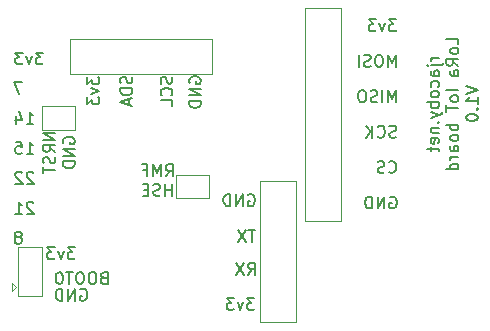
<source format=gbr>
%TF.GenerationSoftware,KiCad,Pcbnew,5.1.9*%
%TF.CreationDate,2021-02-20T15:12:24-08:00*%
%TF.ProjectId,Transmitter,5472616e-736d-4697-9474-65722e6b6963,rev?*%
%TF.SameCoordinates,Original*%
%TF.FileFunction,Legend,Bot*%
%TF.FilePolarity,Positive*%
%FSLAX46Y46*%
G04 Gerber Fmt 4.6, Leading zero omitted, Abs format (unit mm)*
G04 Created by KiCad (PCBNEW 5.1.9) date 2021-02-20 15:12:24*
%MOMM*%
%LPD*%
G01*
G04 APERTURE LIST*
%ADD10C,0.150000*%
%ADD11C,0.120000*%
G04 APERTURE END LIST*
D10*
X111502380Y-78719047D02*
X110835714Y-78719047D01*
X111026190Y-78719047D02*
X110930952Y-78766666D01*
X110883333Y-78814285D01*
X110835714Y-78909523D01*
X110835714Y-79004761D01*
X110835714Y-79338095D02*
X111692857Y-79338095D01*
X111788095Y-79290476D01*
X111835714Y-79195238D01*
X111835714Y-79147619D01*
X110502380Y-79338095D02*
X110550000Y-79290476D01*
X110597619Y-79338095D01*
X110550000Y-79385714D01*
X110502380Y-79338095D01*
X110597619Y-79338095D01*
X111502380Y-80242857D02*
X110978571Y-80242857D01*
X110883333Y-80195238D01*
X110835714Y-80100000D01*
X110835714Y-79909523D01*
X110883333Y-79814285D01*
X111454761Y-80242857D02*
X111502380Y-80147619D01*
X111502380Y-79909523D01*
X111454761Y-79814285D01*
X111359523Y-79766666D01*
X111264285Y-79766666D01*
X111169047Y-79814285D01*
X111121428Y-79909523D01*
X111121428Y-80147619D01*
X111073809Y-80242857D01*
X111454761Y-81147619D02*
X111502380Y-81052380D01*
X111502380Y-80861904D01*
X111454761Y-80766666D01*
X111407142Y-80719047D01*
X111311904Y-80671428D01*
X111026190Y-80671428D01*
X110930952Y-80719047D01*
X110883333Y-80766666D01*
X110835714Y-80861904D01*
X110835714Y-81052380D01*
X110883333Y-81147619D01*
X111502380Y-81719047D02*
X111454761Y-81623809D01*
X111407142Y-81576190D01*
X111311904Y-81528571D01*
X111026190Y-81528571D01*
X110930952Y-81576190D01*
X110883333Y-81623809D01*
X110835714Y-81719047D01*
X110835714Y-81861904D01*
X110883333Y-81957142D01*
X110930952Y-82004761D01*
X111026190Y-82052380D01*
X111311904Y-82052380D01*
X111407142Y-82004761D01*
X111454761Y-81957142D01*
X111502380Y-81861904D01*
X111502380Y-81719047D01*
X111502380Y-82480952D02*
X110502380Y-82480952D01*
X110883333Y-82480952D02*
X110835714Y-82576190D01*
X110835714Y-82766666D01*
X110883333Y-82861904D01*
X110930952Y-82909523D01*
X111026190Y-82957142D01*
X111311904Y-82957142D01*
X111407142Y-82909523D01*
X111454761Y-82861904D01*
X111502380Y-82766666D01*
X111502380Y-82576190D01*
X111454761Y-82480952D01*
X110835714Y-83290476D02*
X111502380Y-83528571D01*
X110835714Y-83766666D02*
X111502380Y-83528571D01*
X111740476Y-83433333D01*
X111788095Y-83385714D01*
X111835714Y-83290476D01*
X111407142Y-84147619D02*
X111454761Y-84195238D01*
X111502380Y-84147619D01*
X111454761Y-84100000D01*
X111407142Y-84147619D01*
X111502380Y-84147619D01*
X110835714Y-84623809D02*
X111502380Y-84623809D01*
X110930952Y-84623809D02*
X110883333Y-84671428D01*
X110835714Y-84766666D01*
X110835714Y-84909523D01*
X110883333Y-85004761D01*
X110978571Y-85052380D01*
X111502380Y-85052380D01*
X111454761Y-85909523D02*
X111502380Y-85814285D01*
X111502380Y-85623809D01*
X111454761Y-85528571D01*
X111359523Y-85480952D01*
X110978571Y-85480952D01*
X110883333Y-85528571D01*
X110835714Y-85623809D01*
X110835714Y-85814285D01*
X110883333Y-85909523D01*
X110978571Y-85957142D01*
X111073809Y-85957142D01*
X111169047Y-85480952D01*
X110835714Y-86242857D02*
X110835714Y-86623809D01*
X110502380Y-86385714D02*
X111359523Y-86385714D01*
X111454761Y-86433333D01*
X111502380Y-86528571D01*
X111502380Y-86623809D01*
X113152380Y-77552380D02*
X113152380Y-77076190D01*
X112152380Y-77076190D01*
X113152380Y-78028571D02*
X113104761Y-77933333D01*
X113057142Y-77885714D01*
X112961904Y-77838095D01*
X112676190Y-77838095D01*
X112580952Y-77885714D01*
X112533333Y-77933333D01*
X112485714Y-78028571D01*
X112485714Y-78171428D01*
X112533333Y-78266666D01*
X112580952Y-78314285D01*
X112676190Y-78361904D01*
X112961904Y-78361904D01*
X113057142Y-78314285D01*
X113104761Y-78266666D01*
X113152380Y-78171428D01*
X113152380Y-78028571D01*
X113152380Y-79361904D02*
X112676190Y-79028571D01*
X113152380Y-78790476D02*
X112152380Y-78790476D01*
X112152380Y-79171428D01*
X112200000Y-79266666D01*
X112247619Y-79314285D01*
X112342857Y-79361904D01*
X112485714Y-79361904D01*
X112580952Y-79314285D01*
X112628571Y-79266666D01*
X112676190Y-79171428D01*
X112676190Y-78790476D01*
X113152380Y-80219047D02*
X112628571Y-80219047D01*
X112533333Y-80171428D01*
X112485714Y-80076190D01*
X112485714Y-79885714D01*
X112533333Y-79790476D01*
X113104761Y-80219047D02*
X113152380Y-80123809D01*
X113152380Y-79885714D01*
X113104761Y-79790476D01*
X113009523Y-79742857D01*
X112914285Y-79742857D01*
X112819047Y-79790476D01*
X112771428Y-79885714D01*
X112771428Y-80123809D01*
X112723809Y-80219047D01*
X113152380Y-81457142D02*
X112152380Y-81457142D01*
X113152380Y-82076190D02*
X113104761Y-81980952D01*
X113057142Y-81933333D01*
X112961904Y-81885714D01*
X112676190Y-81885714D01*
X112580952Y-81933333D01*
X112533333Y-81980952D01*
X112485714Y-82076190D01*
X112485714Y-82219047D01*
X112533333Y-82314285D01*
X112580952Y-82361904D01*
X112676190Y-82409523D01*
X112961904Y-82409523D01*
X113057142Y-82361904D01*
X113104761Y-82314285D01*
X113152380Y-82219047D01*
X113152380Y-82076190D01*
X112152380Y-82695238D02*
X112152380Y-83266666D01*
X113152380Y-82980952D02*
X112152380Y-82980952D01*
X113152380Y-84361904D02*
X112152380Y-84361904D01*
X112533333Y-84361904D02*
X112485714Y-84457142D01*
X112485714Y-84647619D01*
X112533333Y-84742857D01*
X112580952Y-84790476D01*
X112676190Y-84838095D01*
X112961904Y-84838095D01*
X113057142Y-84790476D01*
X113104761Y-84742857D01*
X113152380Y-84647619D01*
X113152380Y-84457142D01*
X113104761Y-84361904D01*
X113152380Y-85409523D02*
X113104761Y-85314285D01*
X113057142Y-85266666D01*
X112961904Y-85219047D01*
X112676190Y-85219047D01*
X112580952Y-85266666D01*
X112533333Y-85314285D01*
X112485714Y-85409523D01*
X112485714Y-85552380D01*
X112533333Y-85647619D01*
X112580952Y-85695238D01*
X112676190Y-85742857D01*
X112961904Y-85742857D01*
X113057142Y-85695238D01*
X113104761Y-85647619D01*
X113152380Y-85552380D01*
X113152380Y-85409523D01*
X113152380Y-86600000D02*
X112628571Y-86600000D01*
X112533333Y-86552380D01*
X112485714Y-86457142D01*
X112485714Y-86266666D01*
X112533333Y-86171428D01*
X113104761Y-86600000D02*
X113152380Y-86504761D01*
X113152380Y-86266666D01*
X113104761Y-86171428D01*
X113009523Y-86123809D01*
X112914285Y-86123809D01*
X112819047Y-86171428D01*
X112771428Y-86266666D01*
X112771428Y-86504761D01*
X112723809Y-86600000D01*
X113152380Y-87076190D02*
X112485714Y-87076190D01*
X112676190Y-87076190D02*
X112580952Y-87123809D01*
X112533333Y-87171428D01*
X112485714Y-87266666D01*
X112485714Y-87361904D01*
X113152380Y-88123809D02*
X112152380Y-88123809D01*
X113104761Y-88123809D02*
X113152380Y-88028571D01*
X113152380Y-87838095D01*
X113104761Y-87742857D01*
X113057142Y-87695238D01*
X112961904Y-87647619D01*
X112676190Y-87647619D01*
X112580952Y-87695238D01*
X112533333Y-87742857D01*
X112485714Y-87838095D01*
X112485714Y-88028571D01*
X112533333Y-88123809D01*
X113802380Y-81076190D02*
X114802380Y-81409523D01*
X113802380Y-81742857D01*
X114802380Y-82599999D02*
X114802380Y-82028571D01*
X114802380Y-82314285D02*
X113802380Y-82314285D01*
X113945238Y-82219047D01*
X114040476Y-82123809D01*
X114088095Y-82028571D01*
X114707142Y-83028571D02*
X114754761Y-83076190D01*
X114802380Y-83028571D01*
X114754761Y-82980952D01*
X114707142Y-83028571D01*
X114802380Y-83028571D01*
X113802380Y-83695238D02*
X113802380Y-83790476D01*
X113850000Y-83885714D01*
X113897619Y-83933333D01*
X113992857Y-83980952D01*
X114183333Y-84028571D01*
X114421428Y-84028571D01*
X114611904Y-83980952D01*
X114707142Y-83933333D01*
X114754761Y-83885714D01*
X114802380Y-83790476D01*
X114802380Y-83695238D01*
X114754761Y-83599999D01*
X114707142Y-83552380D01*
X114611904Y-83504761D01*
X114421428Y-83457142D01*
X114183333Y-83457142D01*
X113992857Y-83504761D01*
X113897619Y-83552380D01*
X113850000Y-83599999D01*
X113802380Y-83695238D01*
X81752380Y-80309523D02*
X81752380Y-80928571D01*
X82133333Y-80595238D01*
X82133333Y-80738095D01*
X82180952Y-80833333D01*
X82228571Y-80880952D01*
X82323809Y-80928571D01*
X82561904Y-80928571D01*
X82657142Y-80880952D01*
X82704761Y-80833333D01*
X82752380Y-80738095D01*
X82752380Y-80452380D01*
X82704761Y-80357142D01*
X82657142Y-80309523D01*
X82085714Y-81261904D02*
X82752380Y-81500000D01*
X82085714Y-81738095D01*
X81752380Y-82023809D02*
X81752380Y-82642857D01*
X82133333Y-82309523D01*
X82133333Y-82452380D01*
X82180952Y-82547619D01*
X82228571Y-82595238D01*
X82323809Y-82642857D01*
X82561904Y-82642857D01*
X82657142Y-82595238D01*
X82704761Y-82547619D01*
X82752380Y-82452380D01*
X82752380Y-82166666D01*
X82704761Y-82071428D01*
X82657142Y-82023809D01*
X85504761Y-80285714D02*
X85552380Y-80428571D01*
X85552380Y-80666666D01*
X85504761Y-80761904D01*
X85457142Y-80809523D01*
X85361904Y-80857142D01*
X85266666Y-80857142D01*
X85171428Y-80809523D01*
X85123809Y-80761904D01*
X85076190Y-80666666D01*
X85028571Y-80476190D01*
X84980952Y-80380952D01*
X84933333Y-80333333D01*
X84838095Y-80285714D01*
X84742857Y-80285714D01*
X84647619Y-80333333D01*
X84600000Y-80380952D01*
X84552380Y-80476190D01*
X84552380Y-80714285D01*
X84600000Y-80857142D01*
X85552380Y-81285714D02*
X84552380Y-81285714D01*
X84552380Y-81523809D01*
X84600000Y-81666666D01*
X84695238Y-81761904D01*
X84790476Y-81809523D01*
X84980952Y-81857142D01*
X85123809Y-81857142D01*
X85314285Y-81809523D01*
X85409523Y-81761904D01*
X85504761Y-81666666D01*
X85552380Y-81523809D01*
X85552380Y-81285714D01*
X85266666Y-82238095D02*
X85266666Y-82714285D01*
X85552380Y-82142857D02*
X84552380Y-82476190D01*
X85552380Y-82809523D01*
X88904761Y-80309523D02*
X88952380Y-80452380D01*
X88952380Y-80690476D01*
X88904761Y-80785714D01*
X88857142Y-80833333D01*
X88761904Y-80880952D01*
X88666666Y-80880952D01*
X88571428Y-80833333D01*
X88523809Y-80785714D01*
X88476190Y-80690476D01*
X88428571Y-80500000D01*
X88380952Y-80404761D01*
X88333333Y-80357142D01*
X88238095Y-80309523D01*
X88142857Y-80309523D01*
X88047619Y-80357142D01*
X88000000Y-80404761D01*
X87952380Y-80500000D01*
X87952380Y-80738095D01*
X88000000Y-80880952D01*
X88857142Y-81880952D02*
X88904761Y-81833333D01*
X88952380Y-81690476D01*
X88952380Y-81595238D01*
X88904761Y-81452380D01*
X88809523Y-81357142D01*
X88714285Y-81309523D01*
X88523809Y-81261904D01*
X88380952Y-81261904D01*
X88190476Y-81309523D01*
X88095238Y-81357142D01*
X88000000Y-81452380D01*
X87952380Y-81595238D01*
X87952380Y-81690476D01*
X88000000Y-81833333D01*
X88047619Y-81880952D01*
X88952380Y-82785714D02*
X88952380Y-82309523D01*
X87952380Y-82309523D01*
X90400000Y-80838095D02*
X90352380Y-80742857D01*
X90352380Y-80600000D01*
X90400000Y-80457142D01*
X90495238Y-80361904D01*
X90590476Y-80314285D01*
X90780952Y-80266666D01*
X90923809Y-80266666D01*
X91114285Y-80314285D01*
X91209523Y-80361904D01*
X91304761Y-80457142D01*
X91352380Y-80600000D01*
X91352380Y-80695238D01*
X91304761Y-80838095D01*
X91257142Y-80885714D01*
X90923809Y-80885714D01*
X90923809Y-80695238D01*
X91352380Y-81314285D02*
X90352380Y-81314285D01*
X91352380Y-81885714D01*
X90352380Y-81885714D01*
X91352380Y-82361904D02*
X90352380Y-82361904D01*
X90352380Y-82600000D01*
X90400000Y-82742857D01*
X90495238Y-82838095D01*
X90590476Y-82885714D01*
X90780952Y-82933333D01*
X90923809Y-82933333D01*
X91114285Y-82885714D01*
X91209523Y-82838095D01*
X91304761Y-82742857D01*
X91352380Y-82600000D01*
X91352380Y-82361904D01*
X75995238Y-93860952D02*
X76090476Y-93813333D01*
X76138095Y-93765714D01*
X76185714Y-93670476D01*
X76185714Y-93622857D01*
X76138095Y-93527619D01*
X76090476Y-93480000D01*
X75995238Y-93432380D01*
X75804761Y-93432380D01*
X75709523Y-93480000D01*
X75661904Y-93527619D01*
X75614285Y-93622857D01*
X75614285Y-93670476D01*
X75661904Y-93765714D01*
X75709523Y-93813333D01*
X75804761Y-93860952D01*
X75995238Y-93860952D01*
X76090476Y-93908571D01*
X76138095Y-93956190D01*
X76185714Y-94051428D01*
X76185714Y-94241904D01*
X76138095Y-94337142D01*
X76090476Y-94384761D01*
X75995238Y-94432380D01*
X75804761Y-94432380D01*
X75709523Y-94384761D01*
X75661904Y-94337142D01*
X75614285Y-94241904D01*
X75614285Y-94051428D01*
X75661904Y-93956190D01*
X75709523Y-93908571D01*
X75804761Y-93860952D01*
X77169904Y-88447619D02*
X77122285Y-88400000D01*
X77027047Y-88352380D01*
X76788952Y-88352380D01*
X76693714Y-88400000D01*
X76646095Y-88447619D01*
X76598476Y-88542857D01*
X76598476Y-88638095D01*
X76646095Y-88780952D01*
X77217523Y-89352380D01*
X76598476Y-89352380D01*
X76217523Y-88447619D02*
X76169904Y-88400000D01*
X76074666Y-88352380D01*
X75836571Y-88352380D01*
X75741333Y-88400000D01*
X75693714Y-88447619D01*
X75646095Y-88542857D01*
X75646095Y-88638095D01*
X75693714Y-88780952D01*
X76265142Y-89352380D01*
X75646095Y-89352380D01*
X77169904Y-90987619D02*
X77122285Y-90940000D01*
X77027047Y-90892380D01*
X76788952Y-90892380D01*
X76693714Y-90940000D01*
X76646095Y-90987619D01*
X76598476Y-91082857D01*
X76598476Y-91178095D01*
X76646095Y-91320952D01*
X77217523Y-91892380D01*
X76598476Y-91892380D01*
X75646095Y-91892380D02*
X76217523Y-91892380D01*
X75931809Y-91892380D02*
X75931809Y-90892380D01*
X76027047Y-91035238D01*
X76122285Y-91130476D01*
X76217523Y-91178095D01*
X76598476Y-86812380D02*
X77169904Y-86812380D01*
X76884190Y-86812380D02*
X76884190Y-85812380D01*
X76979428Y-85955238D01*
X77074666Y-86050476D01*
X77169904Y-86098095D01*
X75693714Y-85812380D02*
X76169904Y-85812380D01*
X76217523Y-86288571D01*
X76169904Y-86240952D01*
X76074666Y-86193333D01*
X75836571Y-86193333D01*
X75741333Y-86240952D01*
X75693714Y-86288571D01*
X75646095Y-86383809D01*
X75646095Y-86621904D01*
X75693714Y-86717142D01*
X75741333Y-86764761D01*
X75836571Y-86812380D01*
X76074666Y-86812380D01*
X76169904Y-86764761D01*
X76217523Y-86717142D01*
X76598476Y-84272380D02*
X77169904Y-84272380D01*
X76884190Y-84272380D02*
X76884190Y-83272380D01*
X76979428Y-83415238D01*
X77074666Y-83510476D01*
X77169904Y-83558095D01*
X75741333Y-83605714D02*
X75741333Y-84272380D01*
X75979428Y-83224761D02*
X76217523Y-83939047D01*
X75598476Y-83939047D01*
X76233333Y-80732380D02*
X75566666Y-80732380D01*
X75995238Y-81732380D01*
X77990476Y-78252380D02*
X77371428Y-78252380D01*
X77704761Y-78633333D01*
X77561904Y-78633333D01*
X77466666Y-78680952D01*
X77419047Y-78728571D01*
X77371428Y-78823809D01*
X77371428Y-79061904D01*
X77419047Y-79157142D01*
X77466666Y-79204761D01*
X77561904Y-79252380D01*
X77847619Y-79252380D01*
X77942857Y-79204761D01*
X77990476Y-79157142D01*
X77038095Y-78585714D02*
X76800000Y-79252380D01*
X76561904Y-78585714D01*
X76276190Y-78252380D02*
X75657142Y-78252380D01*
X75990476Y-78633333D01*
X75847619Y-78633333D01*
X75752380Y-78680952D01*
X75704761Y-78728571D01*
X75657142Y-78823809D01*
X75657142Y-79061904D01*
X75704761Y-79157142D01*
X75752380Y-79204761D01*
X75847619Y-79252380D01*
X76133333Y-79252380D01*
X76228571Y-79204761D01*
X76276190Y-79157142D01*
X81161904Y-98300000D02*
X81257142Y-98252380D01*
X81400000Y-98252380D01*
X81542857Y-98300000D01*
X81638095Y-98395238D01*
X81685714Y-98490476D01*
X81733333Y-98680952D01*
X81733333Y-98823809D01*
X81685714Y-99014285D01*
X81638095Y-99109523D01*
X81542857Y-99204761D01*
X81400000Y-99252380D01*
X81304761Y-99252380D01*
X81161904Y-99204761D01*
X81114285Y-99157142D01*
X81114285Y-98823809D01*
X81304761Y-98823809D01*
X80685714Y-99252380D02*
X80685714Y-98252380D01*
X80114285Y-99252380D01*
X80114285Y-98252380D01*
X79638095Y-99252380D02*
X79638095Y-98252380D01*
X79400000Y-98252380D01*
X79257142Y-98300000D01*
X79161904Y-98395238D01*
X79114285Y-98490476D01*
X79066666Y-98680952D01*
X79066666Y-98823809D01*
X79114285Y-99014285D01*
X79161904Y-99109523D01*
X79257142Y-99204761D01*
X79400000Y-99252380D01*
X79638095Y-99252380D01*
X83133333Y-97328571D02*
X82990476Y-97376190D01*
X82942857Y-97423809D01*
X82895238Y-97519047D01*
X82895238Y-97661904D01*
X82942857Y-97757142D01*
X82990476Y-97804761D01*
X83085714Y-97852380D01*
X83466666Y-97852380D01*
X83466666Y-96852380D01*
X83133333Y-96852380D01*
X83038095Y-96900000D01*
X82990476Y-96947619D01*
X82942857Y-97042857D01*
X82942857Y-97138095D01*
X82990476Y-97233333D01*
X83038095Y-97280952D01*
X83133333Y-97328571D01*
X83466666Y-97328571D01*
X82276190Y-96852380D02*
X82085714Y-96852380D01*
X81990476Y-96900000D01*
X81895238Y-96995238D01*
X81847619Y-97185714D01*
X81847619Y-97519047D01*
X81895238Y-97709523D01*
X81990476Y-97804761D01*
X82085714Y-97852380D01*
X82276190Y-97852380D01*
X82371428Y-97804761D01*
X82466666Y-97709523D01*
X82514285Y-97519047D01*
X82514285Y-97185714D01*
X82466666Y-96995238D01*
X82371428Y-96900000D01*
X82276190Y-96852380D01*
X81228571Y-96852380D02*
X81038095Y-96852380D01*
X80942857Y-96900000D01*
X80847619Y-96995238D01*
X80800000Y-97185714D01*
X80800000Y-97519047D01*
X80847619Y-97709523D01*
X80942857Y-97804761D01*
X81038095Y-97852380D01*
X81228571Y-97852380D01*
X81323809Y-97804761D01*
X81419047Y-97709523D01*
X81466666Y-97519047D01*
X81466666Y-97185714D01*
X81419047Y-96995238D01*
X81323809Y-96900000D01*
X81228571Y-96852380D01*
X80514285Y-96852380D02*
X79942857Y-96852380D01*
X80228571Y-97852380D02*
X80228571Y-96852380D01*
X79419047Y-96852380D02*
X79323809Y-96852380D01*
X79228571Y-96900000D01*
X79180952Y-96947619D01*
X79133333Y-97042857D01*
X79085714Y-97233333D01*
X79085714Y-97471428D01*
X79133333Y-97661904D01*
X79180952Y-97757142D01*
X79228571Y-97804761D01*
X79323809Y-97852380D01*
X79419047Y-97852380D01*
X79514285Y-97804761D01*
X79561904Y-97757142D01*
X79609523Y-97661904D01*
X79657142Y-97471428D01*
X79657142Y-97233333D01*
X79609523Y-97042857D01*
X79561904Y-96947619D01*
X79514285Y-96900000D01*
X79419047Y-96852380D01*
X80690476Y-94752380D02*
X80071428Y-94752380D01*
X80404761Y-95133333D01*
X80261904Y-95133333D01*
X80166666Y-95180952D01*
X80119047Y-95228571D01*
X80071428Y-95323809D01*
X80071428Y-95561904D01*
X80119047Y-95657142D01*
X80166666Y-95704761D01*
X80261904Y-95752380D01*
X80547619Y-95752380D01*
X80642857Y-95704761D01*
X80690476Y-95657142D01*
X79738095Y-95085714D02*
X79500000Y-95752380D01*
X79261904Y-95085714D01*
X78976190Y-94752380D02*
X78357142Y-94752380D01*
X78690476Y-95133333D01*
X78547619Y-95133333D01*
X78452380Y-95180952D01*
X78404761Y-95228571D01*
X78357142Y-95323809D01*
X78357142Y-95561904D01*
X78404761Y-95657142D01*
X78452380Y-95704761D01*
X78547619Y-95752380D01*
X78833333Y-95752380D01*
X78928571Y-95704761D01*
X78976190Y-95657142D01*
X79027380Y-85057142D02*
X78027380Y-85057142D01*
X79027380Y-85628571D01*
X78027380Y-85628571D01*
X79027380Y-86676190D02*
X78551190Y-86342857D01*
X79027380Y-86104761D02*
X78027380Y-86104761D01*
X78027380Y-86485714D01*
X78075000Y-86580952D01*
X78122619Y-86628571D01*
X78217857Y-86676190D01*
X78360714Y-86676190D01*
X78455952Y-86628571D01*
X78503571Y-86580952D01*
X78551190Y-86485714D01*
X78551190Y-86104761D01*
X78979761Y-87057142D02*
X79027380Y-87200000D01*
X79027380Y-87438095D01*
X78979761Y-87533333D01*
X78932142Y-87580952D01*
X78836904Y-87628571D01*
X78741666Y-87628571D01*
X78646428Y-87580952D01*
X78598809Y-87533333D01*
X78551190Y-87438095D01*
X78503571Y-87247619D01*
X78455952Y-87152380D01*
X78408333Y-87104761D01*
X78313095Y-87057142D01*
X78217857Y-87057142D01*
X78122619Y-87104761D01*
X78075000Y-87152380D01*
X78027380Y-87247619D01*
X78027380Y-87485714D01*
X78075000Y-87628571D01*
X78027380Y-87914285D02*
X78027380Y-88485714D01*
X79027380Y-88200000D02*
X78027380Y-88200000D01*
X79725000Y-85938095D02*
X79677380Y-85842857D01*
X79677380Y-85700000D01*
X79725000Y-85557142D01*
X79820238Y-85461904D01*
X79915476Y-85414285D01*
X80105952Y-85366666D01*
X80248809Y-85366666D01*
X80439285Y-85414285D01*
X80534523Y-85461904D01*
X80629761Y-85557142D01*
X80677380Y-85700000D01*
X80677380Y-85795238D01*
X80629761Y-85938095D01*
X80582142Y-85985714D01*
X80248809Y-85985714D01*
X80248809Y-85795238D01*
X80677380Y-86414285D02*
X79677380Y-86414285D01*
X80677380Y-86985714D01*
X79677380Y-86985714D01*
X80677380Y-87461904D02*
X79677380Y-87461904D01*
X79677380Y-87700000D01*
X79725000Y-87842857D01*
X79820238Y-87938095D01*
X79915476Y-87985714D01*
X80105952Y-88033333D01*
X80248809Y-88033333D01*
X80439285Y-87985714D01*
X80534523Y-87938095D01*
X80629761Y-87842857D01*
X80677380Y-87700000D01*
X80677380Y-87461904D01*
X88390476Y-88727380D02*
X88723809Y-88251190D01*
X88961904Y-88727380D02*
X88961904Y-87727380D01*
X88580952Y-87727380D01*
X88485714Y-87775000D01*
X88438095Y-87822619D01*
X88390476Y-87917857D01*
X88390476Y-88060714D01*
X88438095Y-88155952D01*
X88485714Y-88203571D01*
X88580952Y-88251190D01*
X88961904Y-88251190D01*
X87961904Y-88727380D02*
X87961904Y-87727380D01*
X87628571Y-88441666D01*
X87295238Y-87727380D01*
X87295238Y-88727380D01*
X86485714Y-88203571D02*
X86819047Y-88203571D01*
X86819047Y-88727380D02*
X86819047Y-87727380D01*
X86342857Y-87727380D01*
X88914285Y-90377380D02*
X88914285Y-89377380D01*
X88914285Y-89853571D02*
X88342857Y-89853571D01*
X88342857Y-90377380D02*
X88342857Y-89377380D01*
X87914285Y-90329761D02*
X87771428Y-90377380D01*
X87533333Y-90377380D01*
X87438095Y-90329761D01*
X87390476Y-90282142D01*
X87342857Y-90186904D01*
X87342857Y-90091666D01*
X87390476Y-89996428D01*
X87438095Y-89948809D01*
X87533333Y-89901190D01*
X87723809Y-89853571D01*
X87819047Y-89805952D01*
X87866666Y-89758333D01*
X87914285Y-89663095D01*
X87914285Y-89567857D01*
X87866666Y-89472619D01*
X87819047Y-89425000D01*
X87723809Y-89377380D01*
X87485714Y-89377380D01*
X87342857Y-89425000D01*
X86914285Y-89853571D02*
X86580952Y-89853571D01*
X86438095Y-90377380D02*
X86914285Y-90377380D01*
X86914285Y-89377380D01*
X86438095Y-89377380D01*
X95890476Y-99052380D02*
X95271428Y-99052380D01*
X95604761Y-99433333D01*
X95461904Y-99433333D01*
X95366666Y-99480952D01*
X95319047Y-99528571D01*
X95271428Y-99623809D01*
X95271428Y-99861904D01*
X95319047Y-99957142D01*
X95366666Y-100004761D01*
X95461904Y-100052380D01*
X95747619Y-100052380D01*
X95842857Y-100004761D01*
X95890476Y-99957142D01*
X94938095Y-99385714D02*
X94700000Y-100052380D01*
X94461904Y-99385714D01*
X94176190Y-99052380D02*
X93557142Y-99052380D01*
X93890476Y-99433333D01*
X93747619Y-99433333D01*
X93652380Y-99480952D01*
X93604761Y-99528571D01*
X93557142Y-99623809D01*
X93557142Y-99861904D01*
X93604761Y-99957142D01*
X93652380Y-100004761D01*
X93747619Y-100052380D01*
X94033333Y-100052380D01*
X94128571Y-100004761D01*
X94176190Y-99957142D01*
X95366666Y-97052380D02*
X95700000Y-96576190D01*
X95938095Y-97052380D02*
X95938095Y-96052380D01*
X95557142Y-96052380D01*
X95461904Y-96100000D01*
X95414285Y-96147619D01*
X95366666Y-96242857D01*
X95366666Y-96385714D01*
X95414285Y-96480952D01*
X95461904Y-96528571D01*
X95557142Y-96576190D01*
X95938095Y-96576190D01*
X95033333Y-96052380D02*
X94366666Y-97052380D01*
X94366666Y-96052380D02*
X95033333Y-97052380D01*
X95961904Y-93252380D02*
X95390476Y-93252380D01*
X95676190Y-94252380D02*
X95676190Y-93252380D01*
X95152380Y-93252380D02*
X94485714Y-94252380D01*
X94485714Y-93252380D02*
X95152380Y-94252380D01*
X95361904Y-90300000D02*
X95457142Y-90252380D01*
X95600000Y-90252380D01*
X95742857Y-90300000D01*
X95838095Y-90395238D01*
X95885714Y-90490476D01*
X95933333Y-90680952D01*
X95933333Y-90823809D01*
X95885714Y-91014285D01*
X95838095Y-91109523D01*
X95742857Y-91204761D01*
X95600000Y-91252380D01*
X95504761Y-91252380D01*
X95361904Y-91204761D01*
X95314285Y-91157142D01*
X95314285Y-90823809D01*
X95504761Y-90823809D01*
X94885714Y-91252380D02*
X94885714Y-90252380D01*
X94314285Y-91252380D01*
X94314285Y-90252380D01*
X93838095Y-91252380D02*
X93838095Y-90252380D01*
X93600000Y-90252380D01*
X93457142Y-90300000D01*
X93361904Y-90395238D01*
X93314285Y-90490476D01*
X93266666Y-90680952D01*
X93266666Y-90823809D01*
X93314285Y-91014285D01*
X93361904Y-91109523D01*
X93457142Y-91204761D01*
X93600000Y-91252380D01*
X93838095Y-91252380D01*
X107361904Y-90500000D02*
X107457142Y-90452380D01*
X107600000Y-90452380D01*
X107742857Y-90500000D01*
X107838095Y-90595238D01*
X107885714Y-90690476D01*
X107933333Y-90880952D01*
X107933333Y-91023809D01*
X107885714Y-91214285D01*
X107838095Y-91309523D01*
X107742857Y-91404761D01*
X107600000Y-91452380D01*
X107504761Y-91452380D01*
X107361904Y-91404761D01*
X107314285Y-91357142D01*
X107314285Y-91023809D01*
X107504761Y-91023809D01*
X106885714Y-91452380D02*
X106885714Y-90452380D01*
X106314285Y-91452380D01*
X106314285Y-90452380D01*
X105838095Y-91452380D02*
X105838095Y-90452380D01*
X105600000Y-90452380D01*
X105457142Y-90500000D01*
X105361904Y-90595238D01*
X105314285Y-90690476D01*
X105266666Y-90880952D01*
X105266666Y-91023809D01*
X105314285Y-91214285D01*
X105361904Y-91309523D01*
X105457142Y-91404761D01*
X105600000Y-91452380D01*
X105838095Y-91452380D01*
X107266666Y-88357142D02*
X107314285Y-88404761D01*
X107457142Y-88452380D01*
X107552380Y-88452380D01*
X107695238Y-88404761D01*
X107790476Y-88309523D01*
X107838095Y-88214285D01*
X107885714Y-88023809D01*
X107885714Y-87880952D01*
X107838095Y-87690476D01*
X107790476Y-87595238D01*
X107695238Y-87500000D01*
X107552380Y-87452380D01*
X107457142Y-87452380D01*
X107314285Y-87500000D01*
X107266666Y-87547619D01*
X106885714Y-88404761D02*
X106742857Y-88452380D01*
X106504761Y-88452380D01*
X106409523Y-88404761D01*
X106361904Y-88357142D01*
X106314285Y-88261904D01*
X106314285Y-88166666D01*
X106361904Y-88071428D01*
X106409523Y-88023809D01*
X106504761Y-87976190D01*
X106695238Y-87928571D01*
X106790476Y-87880952D01*
X106838095Y-87833333D01*
X106885714Y-87738095D01*
X106885714Y-87642857D01*
X106838095Y-87547619D01*
X106790476Y-87500000D01*
X106695238Y-87452380D01*
X106457142Y-87452380D01*
X106314285Y-87500000D01*
X107885714Y-85404761D02*
X107742857Y-85452380D01*
X107504761Y-85452380D01*
X107409523Y-85404761D01*
X107361904Y-85357142D01*
X107314285Y-85261904D01*
X107314285Y-85166666D01*
X107361904Y-85071428D01*
X107409523Y-85023809D01*
X107504761Y-84976190D01*
X107695238Y-84928571D01*
X107790476Y-84880952D01*
X107838095Y-84833333D01*
X107885714Y-84738095D01*
X107885714Y-84642857D01*
X107838095Y-84547619D01*
X107790476Y-84500000D01*
X107695238Y-84452380D01*
X107457142Y-84452380D01*
X107314285Y-84500000D01*
X106314285Y-85357142D02*
X106361904Y-85404761D01*
X106504761Y-85452380D01*
X106600000Y-85452380D01*
X106742857Y-85404761D01*
X106838095Y-85309523D01*
X106885714Y-85214285D01*
X106933333Y-85023809D01*
X106933333Y-84880952D01*
X106885714Y-84690476D01*
X106838095Y-84595238D01*
X106742857Y-84500000D01*
X106600000Y-84452380D01*
X106504761Y-84452380D01*
X106361904Y-84500000D01*
X106314285Y-84547619D01*
X105885714Y-85452380D02*
X105885714Y-84452380D01*
X105314285Y-85452380D02*
X105742857Y-84880952D01*
X105314285Y-84452380D02*
X105885714Y-85023809D01*
X107871428Y-82452380D02*
X107871428Y-81452380D01*
X107538095Y-82166666D01*
X107204761Y-81452380D01*
X107204761Y-82452380D01*
X106728571Y-82452380D02*
X106728571Y-81452380D01*
X106300000Y-82404761D02*
X106157142Y-82452380D01*
X105919047Y-82452380D01*
X105823809Y-82404761D01*
X105776190Y-82357142D01*
X105728571Y-82261904D01*
X105728571Y-82166666D01*
X105776190Y-82071428D01*
X105823809Y-82023809D01*
X105919047Y-81976190D01*
X106109523Y-81928571D01*
X106204761Y-81880952D01*
X106252380Y-81833333D01*
X106300000Y-81738095D01*
X106300000Y-81642857D01*
X106252380Y-81547619D01*
X106204761Y-81500000D01*
X106109523Y-81452380D01*
X105871428Y-81452380D01*
X105728571Y-81500000D01*
X105109523Y-81452380D02*
X104919047Y-81452380D01*
X104823809Y-81500000D01*
X104728571Y-81595238D01*
X104680952Y-81785714D01*
X104680952Y-82119047D01*
X104728571Y-82309523D01*
X104823809Y-82404761D01*
X104919047Y-82452380D01*
X105109523Y-82452380D01*
X105204761Y-82404761D01*
X105300000Y-82309523D01*
X105347619Y-82119047D01*
X105347619Y-81785714D01*
X105300000Y-81595238D01*
X105204761Y-81500000D01*
X105109523Y-81452380D01*
X107871428Y-79452380D02*
X107871428Y-78452380D01*
X107538095Y-79166666D01*
X107204761Y-78452380D01*
X107204761Y-79452380D01*
X106538095Y-78452380D02*
X106347619Y-78452380D01*
X106252380Y-78500000D01*
X106157142Y-78595238D01*
X106109523Y-78785714D01*
X106109523Y-79119047D01*
X106157142Y-79309523D01*
X106252380Y-79404761D01*
X106347619Y-79452380D01*
X106538095Y-79452380D01*
X106633333Y-79404761D01*
X106728571Y-79309523D01*
X106776190Y-79119047D01*
X106776190Y-78785714D01*
X106728571Y-78595238D01*
X106633333Y-78500000D01*
X106538095Y-78452380D01*
X105728571Y-79404761D02*
X105585714Y-79452380D01*
X105347619Y-79452380D01*
X105252380Y-79404761D01*
X105204761Y-79357142D01*
X105157142Y-79261904D01*
X105157142Y-79166666D01*
X105204761Y-79071428D01*
X105252380Y-79023809D01*
X105347619Y-78976190D01*
X105538095Y-78928571D01*
X105633333Y-78880952D01*
X105680952Y-78833333D01*
X105728571Y-78738095D01*
X105728571Y-78642857D01*
X105680952Y-78547619D01*
X105633333Y-78500000D01*
X105538095Y-78452380D01*
X105300000Y-78452380D01*
X105157142Y-78500000D01*
X104728571Y-79452380D02*
X104728571Y-78452380D01*
X107890476Y-75452380D02*
X107271428Y-75452380D01*
X107604761Y-75833333D01*
X107461904Y-75833333D01*
X107366666Y-75880952D01*
X107319047Y-75928571D01*
X107271428Y-76023809D01*
X107271428Y-76261904D01*
X107319047Y-76357142D01*
X107366666Y-76404761D01*
X107461904Y-76452380D01*
X107747619Y-76452380D01*
X107842857Y-76404761D01*
X107890476Y-76357142D01*
X106938095Y-75785714D02*
X106700000Y-76452380D01*
X106461904Y-75785714D01*
X106176190Y-75452380D02*
X105557142Y-75452380D01*
X105890476Y-75833333D01*
X105747619Y-75833333D01*
X105652380Y-75880952D01*
X105604761Y-75928571D01*
X105557142Y-76023809D01*
X105557142Y-76261904D01*
X105604761Y-76357142D01*
X105652380Y-76404761D01*
X105747619Y-76452380D01*
X106033333Y-76452380D01*
X106128571Y-76404761D01*
X106176190Y-76357142D01*
D11*
%TO.C,CFG1*%
X89225000Y-88600000D02*
X89225000Y-90600000D01*
X92025000Y-88600000D02*
X89225000Y-88600000D01*
X92025000Y-90600000D02*
X92025000Y-88600000D01*
X89225000Y-90600000D02*
X92025000Y-90600000D01*
%TO.C,J3*%
X99400000Y-89100000D02*
X99400000Y-101100000D01*
X96400000Y-89100000D02*
X99400000Y-89100000D01*
X96400000Y-101100000D02*
X96400000Y-89100000D01*
X99400000Y-101100000D02*
X96400000Y-101100000D01*
%TO.C,J5*%
X92300000Y-80100000D02*
X80300000Y-80100000D01*
X92300000Y-77100000D02*
X92300000Y-80100000D01*
X80300000Y-77100000D02*
X92300000Y-77100000D01*
X80300000Y-80100000D02*
X80300000Y-77100000D01*
%TO.C,J6*%
X100200000Y-92500000D02*
X100200000Y-74500000D01*
X103200000Y-92500000D02*
X100200000Y-92500000D01*
X103200000Y-74500000D02*
X103200000Y-92500000D01*
X100200000Y-74500000D02*
X103200000Y-74500000D01*
%TO.C,S1*%
X75700000Y-98100000D02*
X75400000Y-97800000D01*
X75400000Y-98400000D02*
X75400000Y-97800000D01*
X75700000Y-98100000D02*
X75400000Y-98400000D01*
X75900000Y-98850000D02*
X77900000Y-98850000D01*
X75900000Y-94750000D02*
X75900000Y-98850000D01*
X77900000Y-94750000D02*
X75900000Y-94750000D01*
X77900000Y-98850000D02*
X77900000Y-94750000D01*
%TO.C,S2*%
X77900000Y-82800000D02*
X77900000Y-84800000D01*
X80700000Y-82800000D02*
X77900000Y-82800000D01*
X80700000Y-84800000D02*
X80700000Y-82800000D01*
X77900000Y-84800000D02*
X80700000Y-84800000D01*
%TD*%
M02*

</source>
